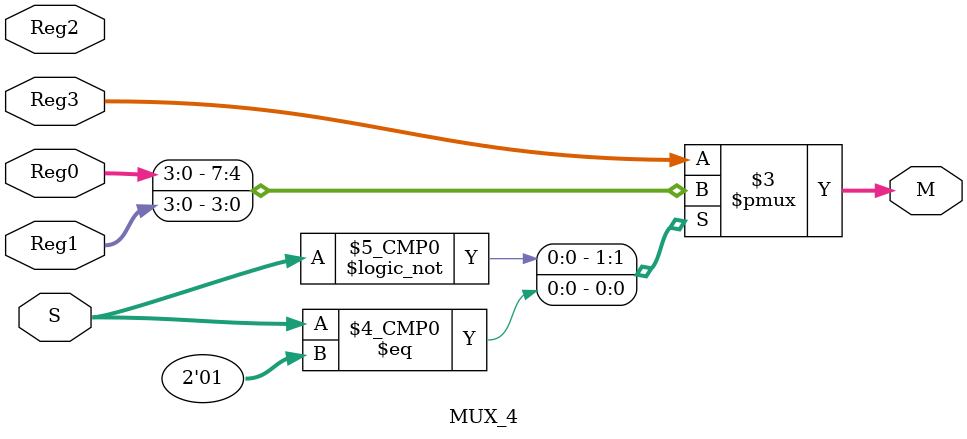
<source format=v>
module MUX_4(S, Reg0, Reg1, Reg2, Reg3, M);
  parameter size = 4;
  input [size-1:0] Reg0, Reg1, Reg2, Reg3;
  input [1:0] S;
  output reg [size-1:0] M;
  
  always @(Reg0 or Reg1 or Reg2 or Reg3 or S)
    begin
     case(S)
        00: M <= Reg0;
        01: M <= Reg1;
        10: M <= Reg2;
        default: M <= Reg3;
      endcase
    end
endmodule
      
</source>
